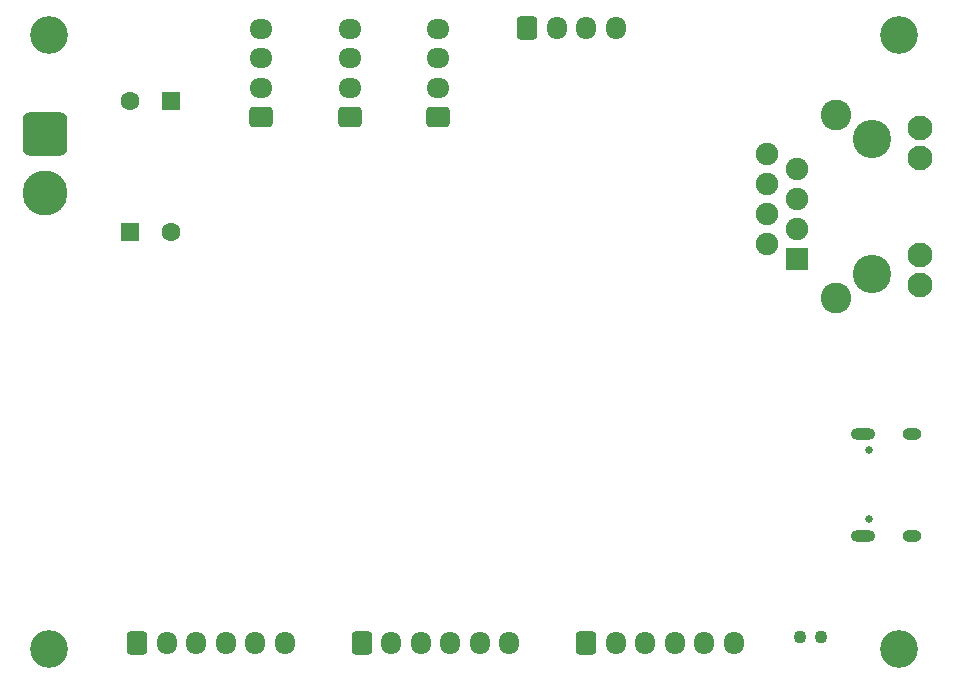
<source format=gbr>
%TF.GenerationSoftware,KiCad,Pcbnew,9.0.6-9.0.6~ubuntu22.04.1*%
%TF.CreationDate,2025-12-31T09:15:04+09:00*%
%TF.ProjectId,GN10Mainboard,474e3130-4d61-4696-9e62-6f6172642e6b,rev?*%
%TF.SameCoordinates,Original*%
%TF.FileFunction,Soldermask,Bot*%
%TF.FilePolarity,Negative*%
%FSLAX46Y46*%
G04 Gerber Fmt 4.6, Leading zero omitted, Abs format (unit mm)*
G04 Created by KiCad (PCBNEW 9.0.6-9.0.6~ubuntu22.04.1) date 2025-12-31 09:15:04*
%MOMM*%
%LPD*%
G01*
G04 APERTURE LIST*
G04 Aperture macros list*
%AMRoundRect*
0 Rectangle with rounded corners*
0 $1 Rounding radius*
0 $2 $3 $4 $5 $6 $7 $8 $9 X,Y pos of 4 corners*
0 Add a 4 corners polygon primitive as box body*
4,1,4,$2,$3,$4,$5,$6,$7,$8,$9,$2,$3,0*
0 Add four circle primitives for the rounded corners*
1,1,$1+$1,$2,$3*
1,1,$1+$1,$4,$5*
1,1,$1+$1,$6,$7*
1,1,$1+$1,$8,$9*
0 Add four rect primitives between the rounded corners*
20,1,$1+$1,$2,$3,$4,$5,0*
20,1,$1+$1,$4,$5,$6,$7,0*
20,1,$1+$1,$6,$7,$8,$9,0*
20,1,$1+$1,$8,$9,$2,$3,0*%
G04 Aperture macros list end*
%ADD10RoundRect,0.250000X0.725000X-0.600000X0.725000X0.600000X-0.725000X0.600000X-0.725000X-0.600000X0*%
%ADD11O,1.950000X1.700000*%
%ADD12C,3.200000*%
%ADD13RoundRect,0.250000X-0.600000X-0.725000X0.600000X-0.725000X0.600000X0.725000X-0.600000X0.725000X0*%
%ADD14O,1.700000X1.950000*%
%ADD15C,3.250000*%
%ADD16R,1.900000X1.900000*%
%ADD17C,1.900000*%
%ADD18C,2.100000*%
%ADD19C,2.600000*%
%ADD20RoundRect,0.250000X0.550000X0.550000X-0.550000X0.550000X-0.550000X-0.550000X0.550000X-0.550000X0*%
%ADD21C,1.600000*%
%ADD22RoundRect,0.760000X-1.140000X1.140000X-1.140000X-1.140000X1.140000X-1.140000X1.140000X1.140000X0*%
%ADD23C,3.800000*%
%ADD24C,0.650000*%
%ADD25O,2.100000X1.000000*%
%ADD26O,1.600000X1.000000*%
%ADD27RoundRect,0.250000X-0.550000X-0.550000X0.550000X-0.550000X0.550000X0.550000X-0.550000X0.550000X0*%
%ADD28C,1.100000*%
G04 APERTURE END LIST*
D10*
%TO.C,J8*%
X167000000Y-101000000D03*
D11*
X167000000Y-98500000D03*
X167000000Y-96000000D03*
X167000000Y-93500000D03*
%TD*%
D12*
%TO.C,REF\u002A\u002A*%
X134000000Y-94000000D03*
%TD*%
D13*
%TO.C,J5*%
X141500000Y-145500000D03*
D14*
X144000000Y-145500000D03*
X146500000Y-145500000D03*
X149000000Y-145500000D03*
X151500000Y-145500000D03*
X154000000Y-145500000D03*
%TD*%
D15*
%TO.C,J9*%
X203687500Y-114270000D03*
X203687500Y-102840000D03*
D16*
X197337500Y-113000000D03*
D17*
X194797500Y-111730000D03*
X197337500Y-110460000D03*
X194797500Y-109190000D03*
X197337500Y-107920000D03*
X194797500Y-106650000D03*
X197337500Y-105380000D03*
X194797500Y-104110000D03*
D18*
X207747500Y-115180000D03*
X207747500Y-112640000D03*
X207747500Y-104470000D03*
X207747500Y-101930000D03*
D19*
X200637500Y-116300000D03*
X200637500Y-100810000D03*
%TD*%
D20*
%TO.C,C44*%
X144352651Y-99600000D03*
D21*
X140852651Y-99600000D03*
%TD*%
D22*
%TO.C,J1*%
X133700000Y-102400000D03*
D23*
X133700000Y-107400000D03*
%TD*%
D12*
%TO.C,REF\u002A\u002A*%
X206000000Y-146000000D03*
%TD*%
D24*
%TO.C,J10*%
X203460000Y-134990000D03*
X203460000Y-129210000D03*
D25*
X202930000Y-136420000D03*
D26*
X207110000Y-136420000D03*
D25*
X202930000Y-127780000D03*
D26*
X207110000Y-127780000D03*
%TD*%
D27*
%TO.C,C43*%
X140847349Y-110700000D03*
D21*
X144347349Y-110700000D03*
%TD*%
D12*
%TO.C,REF\u002A\u002A*%
X206000000Y-94000000D03*
%TD*%
D13*
%TO.C,J4*%
X174500000Y-93475000D03*
D14*
X177000000Y-93475000D03*
X179500000Y-93475000D03*
X182000000Y-93475000D03*
%TD*%
D13*
%TO.C,J14*%
X179500000Y-145500000D03*
D14*
X182000000Y-145500000D03*
X184500000Y-145500000D03*
X187000000Y-145500000D03*
X189500000Y-145500000D03*
X192000000Y-145500000D03*
%TD*%
D12*
%TO.C,REF\u002A\u002A*%
X134000000Y-146000000D03*
%TD*%
D10*
%TO.C,J7*%
X159500000Y-101000000D03*
D11*
X159500000Y-98500000D03*
X159500000Y-96000000D03*
X159500000Y-93500000D03*
%TD*%
D28*
%TO.C,SW1*%
X199400000Y-145000000D03*
X197600000Y-145000000D03*
%TD*%
D13*
%TO.C,J13*%
X160500000Y-145500000D03*
D14*
X163000000Y-145500000D03*
X165500000Y-145500000D03*
X168000000Y-145500000D03*
X170500000Y-145500000D03*
X173000000Y-145500000D03*
%TD*%
D10*
%TO.C,J6*%
X152000000Y-101000000D03*
D11*
X152000000Y-98500000D03*
X152000000Y-96000000D03*
X152000000Y-93500000D03*
%TD*%
M02*

</source>
